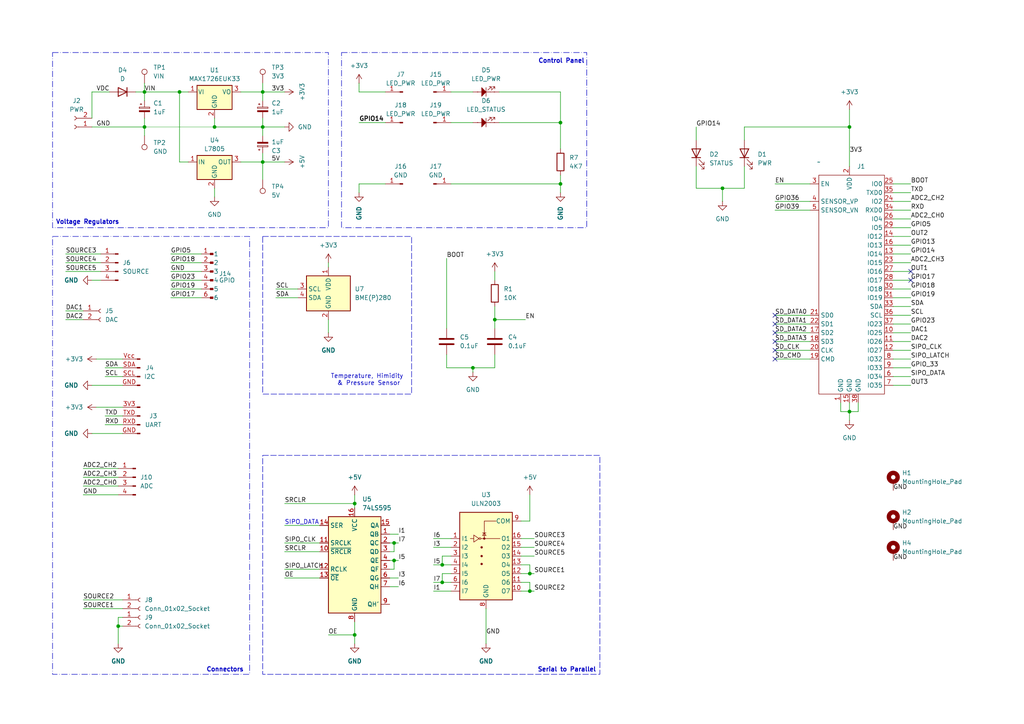
<source format=kicad_sch>
(kicad_sch (version 20231120) (generator "eeschema") (generator_version "8.0")
  (paper "A4")
  (junction (at 590.55 85.09))
  (junction (at 102.87 184.15))
  (junction (at 518.16 15.24))
  (junction (at 62.23 36.83))
  (junction (at 153.67 166.37))
  (junction (at 76.2 36.83))
  (junction (at 162.56 35.56))
  (junction (at 487.68 22.86))
  (junction (at 153.67 171.45))
  (junction (at 128.27 168.91))
  (junction (at 246.38 36.83))
  (junction (at 543.56 57.15))
  (junction (at 41.91 36.83))
  (junction (at 52.07 26.67))
  (junction (at 478.79 156.21))
  (junction (at 76.2 46.99))
  (junction (at 114.3 157.48))
  (junction (at 543.56 93.98))
  (junction (at 377.19 151.13))
  (junction (at 246.38 119.38))
  (junction (at 114.3 162.56))
  (junction (at 401.32 163.83))
  (junction (at 143.51 92.71))
  (junction (at 495.3 168.91))
  (junction (at 76.2 26.67))
  (junction (at 41.91 26.67))
  (junction (at 102.87 146.05))
  (junction (at 162.56 53.34))
  (junction (at 450.85 99.06))
  (junction (at 495.3 156.21))
  (junction (at 137.16 106.68))
  (junction (at 487.68 15.24))
  (junction (at 209.55 54.61))
  (junction (at 504.19 22.86))
  (junction (at 128.27 163.83))
  (junction (at 34.29 181.61))
  (no_connect (at 224.79 96.52))
  (no_connect (at 224.79 104.14))
  (no_connect (at 361.95 113.03))
  (no_connect (at 224.79 99.06))
  (no_connect (at 264.16 81.28))
  (no_connect (at 224.79 93.98))
  (no_connect (at 264.16 78.74))
  (no_connect (at 224.79 101.6))
  (no_connect (at 224.79 91.44))
  (wire (pts (xy 478.79 168.91) (xy 476.25 168.91)))
  (wire (pts (xy 114.3 162.56) (xy 114.3 165.1)))
  (wire (pts (xy 259.08 58.42) (xy 264.16 58.42)))
  (wire (pts (xy 553.72 62.23) (xy 556.26 62.23)))
  (wire (pts (xy 62.23 54.61) (xy 62.23 57.15)))
  (wire (pts (xy 52.07 26.67) (xy 54.61 26.67)))
  (wire (pts (xy 483.87 95.25) (xy 492.76 95.25)))
  (wire (pts (xy 113.03 162.56) (xy 114.3 162.56)))
  (wire (pts (xy 224.79 101.6) (xy 234.95 101.6)))
  (wire (pts (xy 34.29 179.07) (xy 34.29 181.61)))
  (wire (pts (xy 30.48 109.22) (xy 35.56 109.22)))
  (wire (pts (xy 151.13 171.45) (xy 153.67 171.45)))
  (wire (pts (xy 41.91 36.83) (xy 62.23 36.83)) (stroke (width 0.0254)))
  (wire (pts (xy 485.14 97.79) (xy 492.76 97.79)))
  (wire (pts (xy 358.14 171.45) (xy 361.95 171.45)))
  (wire (pts (xy 102.87 180.34) (xy 102.87 184.15)))
  (wire (pts (xy 82.55 157.48) (xy 92.71 157.48)))
  (wire (pts (xy 162.56 26.67) (xy 162.56 35.56)))
  (wire (pts (xy 162.56 50.8) (xy 162.56 53.34)))
  (wire (pts (xy 24.13 173.99) (xy 35.56 173.99)))
  (wire (pts (xy 129.54 106.68) (xy 137.16 106.68)))
  (wire (pts (xy 41.91 26.67) (xy 52.07 26.67)))
  (wire (pts (xy 590.55 85.09) (xy 590.55 93.98)))
  (wire (pts (xy 259.08 63.5) (xy 264.16 63.5)))
  (wire (pts (xy 209.55 54.61) (xy 215.9 54.61)))
  (wire (pts (xy 495.3 158.75) (xy 495.3 156.21)))
  (wire (pts (xy 377.19 151.13) (xy 382.27 151.13)))
  (wire (pts (xy 224.79 99.06) (xy 234.95 99.06)))
  (wire (pts (xy 54.61 46.99) (xy 52.07 46.99)))
  (wire (pts (xy 30.48 120.65) (xy 35.56 120.65)))
  (wire (pts (xy 495.3 156.21) (xy 504.19 156.21)))
  (wire (pts (xy 518.16 62.23) (xy 533.4 62.23)))
  (wire (pts (xy 24.13 140.97) (xy 34.29 140.97)))
  (wire (pts (xy 401.32 142.24) (xy 401.32 146.05)))
  (wire (pts (xy 82.55 160.02) (xy 92.71 160.02)))
  (wire (pts (xy 604.52 48.26) (xy 604.52 59.69)))
  (wire (pts (xy 574.04 67.31) (xy 580.39 67.31)))
  (wire (pts (xy 246.38 31.75) (xy 246.38 36.83)))
  (wire (pts (xy 259.08 78.74) (xy 264.16 78.74)))
  (wire (pts (xy 128.27 163.83) (xy 130.81 163.83)))
  (wire (pts (xy 128.27 168.91) (xy 130.81 168.91)))
  (wire (pts (xy 259.08 81.28) (xy 264.16 81.28)))
  (wire (pts (xy 553.72 77.47) (xy 556.26 77.47)))
  (wire (pts (xy 482.6 15.24) (xy 487.68 15.24)))
  (wire (pts (xy 27.94 104.14) (xy 35.56 104.14)))
  (wire (pts (xy 153.67 171.45) (xy 154.94 171.45)))
  (wire (pts (xy 125.73 156.21) (xy 130.81 156.21)))
  (wire (pts (xy 389.89 151.13) (xy 393.7 151.13)))
  (wire (pts (xy 453.39 95.25) (xy 453.39 99.06)))
  (wire (pts (xy 62.23 34.29) (xy 62.23 36.83)))
  (wire (pts (xy 151.13 156.21) (xy 154.94 156.21)))
  (wire (pts (xy 29.21 78.74) (xy 19.05 78.74)))
  (wire (pts (xy 551.22 22.73) (xy 558.84 22.73)))
  (wire (pts (xy 243.84 119.38) (xy 246.38 119.38)))
  (wire (pts (xy 114.3 157.48) (xy 115.57 157.48)))
  (wire (pts (xy 104.14 26.67) (xy 104.14 24.13)))
  (wire (pts (xy 76.2 34.29) (xy 76.2 36.83)))
  (wire (pts (xy 29.21 73.66) (xy 19.05 73.66)))
  (wire (pts (xy 259.08 53.34) (xy 264.16 53.34)))
  (wire (pts (xy 504.19 22.86) (xy 504.19 26.67)))
  (wire (pts (xy 49.53 81.28) (xy 58.42 81.28)))
  (wire (pts (xy 153.67 151.13) (xy 151.13 151.13)))
  (wire (pts (xy 574.04 62.23) (xy 580.39 62.23)))
  (wire (pts (xy 462.28 67.31) (xy 467.36 67.31)))
  (wire (pts (xy 201.93 36.83) (xy 201.93 40.64)))
  (wire (pts (xy 469.9 15.24) (xy 474.98 15.24)))
  (wire (pts (xy 49.53 83.82) (xy 58.42 83.82)))
  (wire (pts (xy 151.13 168.91) (xy 153.67 168.91)))
  (wire (pts (xy 26.67 81.28) (xy 29.21 81.28)))
  (wire (pts (xy 518.16 67.31) (xy 533.4 67.31)))
  (wire (pts (xy 102.87 146.05) (xy 102.87 147.32)))
  (wire (pts (xy 458.47 168.91) (xy 461.01 168.91)))
  (wire (pts (xy 504.19 163.83) (xy 504.19 168.91)))
  (wire (pts (xy 604.52 59.69) (xy 600.71 59.69)))
  (wire (pts (xy 104.14 53.34) (xy 104.14 55.88)))
  (wire (pts (xy 234.95 53.34) (xy 224.79 53.34)))
  (wire (pts (xy 358.14 173.99) (xy 361.95 173.99)))
  (wire (pts (xy 144.78 35.56) (xy 162.56 35.56)))
  (wire (pts (xy 111.76 26.67) (xy 104.14 26.67)))
  (wire (pts (xy 102.87 143.51) (xy 102.87 146.05)))
  (wire (pts (xy 26.67 26.67) (xy 31.75 26.67)))
  (wire (pts (xy 574.04 64.77) (xy 580.39 64.77)))
  (wire (pts (xy 243.84 116.84) (xy 243.84 119.38)))
  (wire (pts (xy 434.34 55.88) (xy 438.15 55.88)))
  (wire (pts (xy 41.91 39.37) (xy 41.91 36.83)))
  (wire (pts (xy 19.05 90.17) (xy 24.13 90.17)))
  (wire (pts (xy 224.79 60.96) (xy 234.95 60.96)))
  (wire (pts (xy 543.56 48.26) (xy 543.56 57.15)))
  (wire (pts (xy 543.56 93.98) (xy 543.56 96.52)))
  (wire (pts (xy 504.19 161.29) (xy 506.73 161.29)))
  (wire (pts (xy 574.04 74.93) (xy 580.39 74.93)))
  (wire (pts (xy 49.53 76.2) (xy 58.42 76.2)))
  (wire (pts (xy 34.29 181.61) (xy 35.56 181.61)))
  (wire (pts (xy 27.94 118.11) (xy 35.56 118.11)))
  (wire (pts (xy 41.91 26.67) (xy 41.91 29.21)))
  (wire (pts (xy 143.51 88.9) (xy 143.51 92.71)))
  (wire (pts (xy 143.51 92.71) (xy 152.4 92.71)))
  (wire (pts (xy 153.67 163.83) (xy 153.67 166.37)))
  (wire (pts (xy 518.16 74.93) (xy 533.4 74.93)))
  (wire (pts (xy 259.08 106.68) (xy 264.16 106.68)))
  (wire (pts (xy 41.91 34.29) (xy 41.91 36.83)))
  (wire (pts (xy 209.55 58.42) (xy 209.55 54.61)))
  (wire (pts (xy 130.81 35.56) (xy 137.16 35.56)))
  (wire (pts (xy 224.79 93.98) (xy 234.95 93.98)))
  (wire (pts (xy 153.67 143.51) (xy 153.67 151.13)))
  (wire (pts (xy 24.13 176.53) (xy 35.56 176.53)))
  (wire (pts (xy 486.41 173.99) (xy 487.68 173.99)))
  (wire (pts (xy 224.79 91.44) (xy 234.95 91.44)))
  (wire (pts (xy 113.03 160.02) (xy 114.3 160.02)))
  (wire (pts (xy 361.95 118.11) (xy 373.38 118.11)))
  (wire (pts (xy 113.03 167.64) (xy 115.57 167.64)))
  (wire (pts (xy 215.9 48.26) (xy 215.9 54.61)))
  (wire (pts (xy 52.07 26.67) (xy 52.07 46.99)))
  (wire (pts (xy 259.08 101.6) (xy 264.16 101.6)))
  (wire (pts (xy 342.9 113.03) (xy 346.71 113.03)))
  (wire (pts (xy 35.56 179.07) (xy 34.29 179.07)))
  (wire (pts (xy 76.2 46.99) (xy 82.55 46.99)))
  (wire (pts (xy 41.91 24.13) (xy 41.91 26.67)))
  (wire (pts (xy 76.2 36.83) (xy 82.55 36.83)))
  (wire (pts (xy 259.08 104.14) (xy 264.16 104.14)))
  (wire (pts (xy 130.81 26.67) (xy 137.16 26.67)))
  (wire (pts (xy 567.73 10.03) (xy 567.73 13.84)))
  (wire (pts (xy 151.13 161.29) (xy 154.94 161.29)))
  (wire (pts (xy 401.32 156.21) (xy 401.32 163.83)))
  (wire (pts (xy 259.08 93.98) (xy 264.16 93.98)))
  (wire (pts (xy 462.28 69.85) (xy 467.36 69.85)))
  (wire (pts (xy 143.51 102.87) (xy 143.51 106.68)))
  (wire (pts (xy 215.9 36.83) (xy 215.9 40.64)))
  (wire (pts (xy 82.55 152.4) (xy 92.71 152.4)))
  (wire (pts (xy 504.19 156.21) (xy 504.19 161.29)))
  (wire (pts (xy 553.72 69.85) (xy 556.26 69.85)))
  (wire (pts (xy 80.01 86.36) (xy 86.36 86.36)))
  (wire (pts (xy 151.13 163.83) (xy 153.67 163.83)))
  (wire (pts (xy 35.56 111.76) (xy 26.67 111.76)))
  (wire (pts (xy 151.13 158.75) (xy 154.94 158.75)))
  (wire (pts (xy 495.3 156.21) (xy 478.79 156.21)))
  (wire (pts (xy 30.48 123.19) (xy 35.56 123.19)))
  (wire (pts (xy 476.25 173.99) (xy 478.79 173.99)))
  (wire (pts (xy 104.14 35.56) (xy 111.76 35.56)))
  (wire (pts (xy 201.93 54.61) (xy 209.55 54.61)))
  (wire (pts (xy 76.2 36.83) (xy 76.2 39.37)))
  (wire (pts (xy 259.08 55.88) (xy 264.16 55.88)))
  (wire (pts (xy 453.39 99.06) (xy 450.85 99.06)))
  (wire (pts (xy 259.08 99.06) (xy 264.16 99.06)))
  (wire (pts (xy 574.04 77.47) (xy 580.39 77.47)))
  (wire (pts (xy 143.51 92.71) (xy 143.51 95.25)))
  (wire (pts (xy 201.93 48.26) (xy 201.93 54.61)))
  (wire (pts (xy 102.87 184.15) (xy 102.87 186.69)))
  (wire (pts (xy 553.72 74.93) (xy 556.26 74.93)))
  (wire (pts (xy 450.85 95.25) (xy 450.85 99.06)))
  (wire (pts (xy 449.58 27.94) (xy 449.58 31.75)))
  (wire (pts (xy 434.34 58.42) (xy 438.15 58.42)))
  (wire (pts (xy 518.16 77.47) (xy 533.4 77.47)))
  (wire (pts (xy 533.4 57.15) (xy 543.56 57.15)))
  (wire (pts (xy 553.72 72.39) (xy 556.26 72.39)))
  (wire (pts (xy 551.22 20.19) (xy 558.84 20.19)))
  (wire (pts (xy 358.14 166.37) (xy 361.95 166.37)))
  (wire (pts (xy 487.68 16.51) (xy 487.68 15.24)))
  (wire (pts (xy 518.16 22.86) (xy 504.19 22.86)))
  (wire (pts (xy 62.23 36.83) (xy 76.2 36.83)))
  (wire (pts (xy 401.32 163.83) (xy 401.32 172.72)))
  (wire (pts (xy 358.14 168.91) (xy 361.95 168.91)))
  (wire (pts (xy 361.95 115.57) (xy 373.38 115.57)))
  (wire (pts (xy 259.08 86.36) (xy 264.16 86.36)))
  (wire (pts (xy 224.79 104.14) (xy 234.95 104.14)))
  (wire (pts (xy 485.14 90.17) (xy 492.76 90.17)))
  (wire (pts (xy 450.85 99.06) (xy 450.85 101.6)))
  (wire (pts (xy 543.56 90.17) (xy 543.56 93.98)))
  (wire (pts (xy 76.2 29.21) (xy 76.2 26.67)))
  (wire (pts (xy 80.01 83.82) (xy 86.36 83.82)))
  (wire (pts (xy 259.08 60.96) (xy 264.16 60.96)))
  (wire (pts (xy 76.2 46.99) (xy 76.2 52.07)))
  (wire (pts (xy 472.44 22.86) (xy 487.68 22.86)))
  (wire (pts (xy 125.73 168.91) (xy 128.27 168.91)))
  (wire (pts (xy 259.08 71.12) (xy 264.16 71.12)))
  (wire (pts (xy 259.08 88.9) (xy 264.16 88.9)))
  (wire (pts (xy 469.9 17.78) (xy 472.44 17.78)))
  (wire (pts (xy 574.04 69.85) (xy 580.39 69.85)))
  (wire (pts (xy 553.72 67.31) (xy 556.26 67.31)))
  (wire (pts (xy 26.67 36.83) (xy 41.91 36.83)))
  (wire (pts (xy 401.32 163.83) (xy 393.7 163.83)))
  (wire (pts (xy 24.13 138.43) (xy 34.29 138.43)))
  (wire (pts (xy 104.14 53.34) (xy 111.76 53.34)))
  (wire (pts (xy 485.14 100.33) (xy 485.14 97.79)))
  (wire (pts (xy 125.73 171.45) (xy 130.81 171.45)))
  (wire (pts (xy 377.19 142.24) (xy 377.19 151.13)))
  (wire (pts (xy 511.81 15.24) (xy 518.16 15.24)))
  (wire (pts (xy 224.79 58.42) (xy 234.95 58.42)))
  (wire (pts (xy 495.3 179.07) (xy 495.3 182.88)))
  (wire (pts (xy 113.03 154.94) (xy 115.57 154.94)))
  (wire (pts (xy 35.56 125.73) (xy 26.67 125.73)))
  (wire (pts (xy 259.08 76.2) (xy 264.16 76.2)))
  (wire (pts (xy 506.73 163.83) (xy 504.19 163.83)))
  (wire (pts (xy 590.55 93.98) (xy 543.56 93.98)))
  (wire (pts (xy 327.66 113.03) (xy 335.28 113.03)))
  (wire (pts (xy 95.25 76.2) (xy 95.25 77.47)))
  (wire (pts (xy 49.53 86.36) (xy 58.42 86.36)))
  (wire (pts (xy 246.38 119.38) (xy 246.38 121.92)))
  (wire (pts (xy 259.08 68.58) (xy 264.16 68.58)))
  (wire (pts (xy 259.08 96.52) (xy 264.16 96.52)))
  (wire (pts (xy 259.08 111.76) (xy 264.16 111.76)))
  (wire (pts (xy 478.79 156.21) (xy 478.79 168.91)))
  (wire (pts (xy 76.2 44.45) (xy 76.2 46.99)))
  (wire (pts (xy 125.73 158.75) (xy 130.81 158.75)))
  (wire (pts (xy 82.55 165.1) (xy 92.71 165.1)))
  (wire (pts (xy 246.38 36.83) (xy 246.38 48.26)))
  (wire (pts (xy 129.54 74.93) (xy 129.54 95.25)))
  (wire (pts (xy 384.81 163.83) (xy 386.08 163.83)))
  (wire (pts (xy 344.17 123.19) (xy 344.17 118.11)))
  (wire (pts (xy 162.56 53.34) (xy 162.56 55.88)))
  (wire (pts (xy 153.67 168.91) (xy 153.67 171.45)))
  (wire (pts (xy 455.93 173.99) (xy 461.01 173.99)))
  (wire (pts (xy 69.85 46.99) (xy 76.2 46.99)))
  (wire (pts (xy 69.85 26.67) (xy 76.2 26.67)))
  (wire (pts (xy 518.16 21.59) (xy 518.16 22.86)))
  (wire (pts (xy 472.44 17.78) (xy 472.44 22.86)))
  (wire (pts (xy 518.16 69.85) (xy 533.4 69.85)))
  (wire (pts (xy 19.05 92.71) (xy 24.13 92.71)))
  (wire (pts (xy 34.29 181.61) (xy 34.29 186.69)))
  (wire (pts (xy 82.55 146.05) (xy 102.87 146.05)))
  (wire (pts (xy 248.92 119.38) (xy 246.38 119.38)))
  (wire (pts (xy 377.19 168.91) (xy 377.19 172.72)))
  (wire (pts (xy 535.94 93.98) (xy 543.56 93.98)))
  (wire (pts (xy 153.67 166.37) (xy 154.94 166.37)))
  (wire (pts (xy 440.69 168.91) (xy 450.85 168.91)))
  (wire (pts (xy 574.04 72.39) (xy 580.39 72.39)))
  (wire (pts (xy 259.08 66.04) (xy 264.16 66.04)))
  (wire (pts (xy 113.03 157.48) (xy 114.3 157.48)))
  (wire (pts (xy 259.08 109.22) (xy 264.16 109.22)))
  (wire (pts (xy 358.14 163.83) (xy 361.95 163.83)))
  (wire (pts (xy 518.16 16.51) (xy 518.16 15.24)))
  (wire (pts (xy 248.92 116.84) (xy 248.92 119.38)))
  (wire (pts (xy 590.55 82.55) (xy 590.55 85.09)))
  (wire (pts (xy 553.72 64.77) (xy 556.26 64.77)))
  (wire (pts (xy 34.29 135.89) (xy 24.13 135.89)))
  (wire (pts (xy 448.31 99.06) (xy 450.85 99.06)))
  (wire (pts (xy 483.87 92.71) (xy 492.76 92.71)))
  (wire (pts (xy 448.31 95.25) (xy 448.31 99.06)))
  (wire (pts (xy 162.56 35.56) (xy 162.56 43.18)))
  (wire (pts (xy 95.25 184.15) (xy 102.87 184.15)))
  (wire (pts (xy 259.08 83.82) (xy 264.16 83.82)))
  (wire (pts (xy 76.2 24.13) (xy 76.2 26.67)))
  (wire (pts (xy 130.81 166.37) (xy 128.27 166.37)))
  (wire (pts (xy 259.08 73.66) (xy 264.16 73.66)))
  (wire (pts (xy 130.81 161.29) (xy 128.27 161.29)))
  (wire (pts (xy 487.68 15.24) (xy 496.57 15.24)))
  (wire (pts (xy 518.16 15.24) (xy 525.78 15.24)))
  (wire (pts (xy 574.04 80.01) (xy 580.39 80.01)))
  (wire (pts (xy 487.68 22.86) (xy 504.19 22.86)))
  (wire (pts (xy 143.51 78.74) (xy 143.51 81.28)))
  (wire (pts (xy 495.3 166.37) (xy 495.3 168.91)))
  (wire (pts (xy 125.73 163.83) (xy 128.27 163.83)))
  (wire (pts (xy 487.68 21.59) (xy 487.68 22.86)))
  (wire (pts (xy 49.53 73.66) (xy 58.42 73.66)))
  (wire (pts (xy 30.48 106.68) (xy 35.56 106.68)))
  (wire (pts (xy 259.08 91.44) (xy 264.16 91.44)))
  (wire (pts (xy 26.67 26.67) (xy 26.67 34.29)))
  (wire (pts (xy 358.14 161.29) (xy 361.95 161.29)))
  (wire (pts (xy 130.81 53.34) (xy 162.56 53.34)))
  (wire (pts (xy 137.16 106.68) (xy 137.16 107.95)))
  (wire (pts (xy 24.13 143.51) (xy 34.29 143.51)))
  (wire (pts (xy 224.79 96.52) (xy 234.95 96.52)))
  (wire (pts (xy 377.19 151.13) (xy 377.19 158.75)))
  (wire (pts (xy 128.27 161.29) (xy 128.27 163.83)))
  (wire (pts (xy 113.03 165.1) (xy 114.3 165.1)))
  (wire (pts (xy 113.03 170.18) (xy 115.57 170.18)))
  (wire (pts (xy 95.25 92.71) (xy 95.25 96.52)))
  (wire (pts (xy 567.73 29.08) (xy 567.73 34.16)))
  (wire (pts (xy 129.54 102.87) (xy 129.54 106.68)))
  (wire (pts (xy 478.79 153.67) (xy 478.79 156.21)))
  (wire (pts (xy 151.13 166.37) (xy 153.67 166.37)))
  (wire (pts (xy 140.97 176.53) (xy 140.97 186.69)))
  (wire (pts (xy 76.2 26.67) (xy 82.55 26.67)))
  (wire (pts (xy 452.12 27.94) (xy 452.12 31.75)))
  (wire (pts (xy 49.53 78.74) (xy 58.42 78.74)))
  (wire (pts (xy 29.21 76.2) (xy 19.05 76.2)))
  (wire (pts (xy 344.17 118.11) (xy 346.71 118.11)))
  (wire (pts (xy 137.16 106.68) (xy 143.51 106.68)))
  (wire (pts (xy 215.9 36.83) (xy 246.38 36.83)))
  (wire (pts (xy 504.19 168.91) (xy 495.3 168.91)))
  (wire (pts (xy 114.3 162.56) (xy 115.57 162.56)))
  (wire (pts (xy 455.93 182.88) (xy 455.93 173.99)))
  (wire (pts (xy 128.27 166.37) (xy 128.27 168.91)))
  (wire (pts (xy 246.38 116.84) (xy 246.38 119.38)))
  (wire (pts (xy 114.3 160.02) (xy 114.3 157.48)))
  (wire (pts (xy 553.72 80.01) (xy 556.26 80.01)))
  (wire (pts (xy 144.78 26.67) (xy 162.56 26.67)))
  (wire (pts (xy 39.37 26.67) (xy 41.91 26.67)))
  (wire (pts (xy 82.55 167.64) (xy 92.71 167.64)))
  (rectangle (start 328.93 137.16) (end 412.75 186.69) (stroke (width 0) (type dash_dot)))
  (rectangle (start 76.2 132.08) (end 173.99 195.58) (stroke (width 0) (type dash)))
  (rectangle (start 15.24 68.58) (end 72.39 195.58) (stroke (width 0) (type dash_dot)))
  (rectangle (start 76.2 68.58) (end 119.38 114.3) (stroke (width 0) (type dash)))
  (rectangle (start 99.06 15.24) (end 170.18 66.04) (stroke (width 0) (type dash_dot)))
  (rectangle (start 15.24 15.24) (end 95.25 66.04) (stroke (width 0) (type dash_dot)))
  (text "Voltage Regulators" (at 25.4 63.754 0) (effects (font (size 1.27 1.27) (thickness 0.254) (bold yes)) (justify top)))
  (text "UART Programmer" (at 401.828 184.912 0) (effects (font (size 1.27 1.27))))
  (text "Control Panel " (at 163.322 17.78 0) (effects (font (size 1.27 1.27) (thickness 0.254) (bold yes))))
  (text "Connectors\n" (at 65.278 194.31 0) (effects (font (size 1.27 1.27) (thickness 0.254) (bold yes))))
  (text "Serial to Parallel" (at 172.974 195.072 0) (effects (font (size 1.27 1.27) (bold yes)) (justify right bottom)))
  (text "Temperature, Himidity \n& Pressure Sensor" (at 106.934 110.236 0) (effects (font (size 1.27 1.27))))
  (label "SIPO_DATA" (at 264.16 109.22 0))
  (label "VIN" (at 487.68 15.24 0))
  (label "SOURCE5" (at 154.94 161.29 0))
  (label "GND" (at 259.08 142.24 0))
  (label "SRCLR-2" (at 518.16 69.85 0))
  (label "SOURCE3" (at 19.05 73.66 0))
  (label "SOURCE4" (at 19.05 76.2 0))
  (label "SD_DATA1" (at 224.79 93.98 0))
  (label "SOURCE1" (at 24.13 176.53 0))
  (label "I7" (at 115.57 157.48 0))
  (label "TXD" (at 361.95 166.37 0))
  (label "GPIO5" (at 264.16 66.04 0))
  (label "SOURCE5" (at 19.05 78.74 0))
  (label "RTS" (at 401.32 172.72 0))
  (label "ADC2_CH2" (at 264.16 58.42 0))
  (label "OUT1" (at 264.16 78.74 0))
  (label "GPIO_33" (at 264.16 106.68 0))
  (label "QD-2" (at 556.26 67.31 0))
  (label "I3" (at 115.57 167.64 0))
  (label "OE-2" (at 518.16 77.47 0))
  (label "QG-2" (at 556.26 77.47 0))
  (label "OUT2" (at 264.16 68.58 0))
  (label "3V3" (at 361.95 161.29 0))
  (label "SD_DATA0" (at 224.79 91.44 0))
  (label "QE-2" (at 574.04 72.39 0))
  (label "QA-2" (at 556.26 62.23 0))
  (label "EN" (at 401.32 142.24 0))
  (label "GPIO23" (at 264.16 93.98 0))
  (label "VDC" (at 27.94 26.67 0))
  (label "GPIO13" (at 264.16 71.12 0))
  (label "SCL" (at 80.01 83.82 0))
  (label "QF-2" (at 556.26 72.39 0))
  (label "SIPO_CLK" (at 82.55 157.48 0))
  (label "SD_CLK" (at 224.79 101.6 0))
  (label "DAC2" (at 19.05 92.71 0))
  (label "OE" (at 95.25 184.15 0))
  (label "TXD" (at 264.16 55.88 0))
  (label "I1" (at 125.73 171.45 0))
  (label "BOOT" (at 129.54 74.93 0))
  (label "QB-2" (at 574.04 80.01 0))
  (label "ADC2_CH2" (at 24.13 135.89 0))
  (label "SDA" (at 264.16 88.9 0))
  (label "SD_CMD" (at 224.79 104.14 0))
  (label "ADC2_CH0" (at 24.13 140.97 0))
  (label "SD_DATA3" (at 224.79 99.06 0))
  (label "SIPO_LATCH" (at 82.55 165.1 0))
  (label "I5" (at 115.57 162.56 0))
  (label "GPIO17" (at 264.16 81.28 0))
  (label "GPIO23" (at 49.53 81.28 0))
  (label "SRCLR-2" (at 533.4 57.15 0))
  (label "3V3" (at 452.12 27.94 0))
  (label "GPIO5" (at 49.53 73.66 0))
  (label "DTR" (at 377.19 142.24 0))
  (label "GPIO13" (at 440.69 168.91 0))
  (label "SD_DATA2" (at 224.79 96.52 0))
  (label "SDA-2" (at 551.22 22.73 0))
  (label "GND" (at 24.13 143.51 0))
  (label "EN" (at 152.4 92.71 0))
  (label "RTS" (at 361.95 171.45 0))
  (label "QH-2" (at 556.26 74.93 0))
  (label "SCL" (at 264.16 91.44 0))
  (label "SIPO_LATCH" (at 264.16 104.14 0))
  (label "QH-2" (at 574.04 64.77 0))
  (label "GPIO18" (at 264.16 83.82 0))
  (label "GPIO14" (at 201.93 36.83 0))
  (label "GPIO14" (at 264.16 73.66 0))
  (label "V1-" (at 363.22 118.11 0))
  (label "BOOT" (at 377.19 172.72 0))
  (label "RX" (at 434.34 55.88 0))
  (label "RXD" (at 30.48 123.19 0))
  (label "GPIO27" (at 327.66 113.03 0))
  (label "SCL" (at 30.48 109.22 0))
  (label "QG-2" (at 574.04 67.31 0))
  (label "GND" (at 361.95 163.83 0))
  (label "SIPO_CLK" (at 264.16 101.6 0))
  (label "GND" (at 49.53 78.74 0))
  (label "I6" (at 125.73 156.21 0))
  (label "3V3" (at 246.38 44.45 0))
  (label "ADC2_CH3" (at 264.16 76.2 0))
  (label "OUT3" (at 264.16 111.76 0))
  (label "SCL-2" (at 483.87 95.25 0))
  (label "GPIO39" (at 224.79 60.96 0))
  (label "I5" (at 125.73 163.83 0))
  (label "SOURCE1" (at 154.94 166.37 0))
  (label "QC-2" (at 556.26 64.77 0))
  (label "GND" (at 259.08 153.67 0))
  (label "GPIO17" (at 49.53 86.36 0))
  (label "GPIO18" (at 49.53 76.2 0))
  (label "SIPO_DATA-2" (at 518.16 62.23 0))
  (label "SOURCE2" (at 154.94 171.45 0))
  (label "BOOT" (at 264.16 53.34 0))
  (label "OE-2" (at 535.94 93.98 0))
  (label "RXD" (at 361.95 168.91 0))
  (label "SRCLR" (at 82.55 146.05 0))
  (label "SOURCE3" (at 154.94 156.21 0))
  (label "5V" (at 514.35 15.24 0))
  (label "DTR" (at 361.95 173.99 0))
  (label "ADC2_CH0" (at 264.16 63.5 0))
  (label "5V" (at 78.74 46.99 0))
  (label "ADC2_CH3" (at 24.13 138.43 0))
  (label "SCL-2" (at 551.22 20.19 0))
  (label "SIPO_CLK-2" (at 518.16 67.31 0))
  (label "GND" (at 259.08 162.56 0))
  (label "VIN" (at 41.91 26.67 0))
  (label "SDA-2" (at 483.87 92.71 0))
  (label "QC-2" (at 574.04 77.47 0))
  (label "DAC2" (at 264.16 99.06 0))
  (label "SDA" (at 80.01 86.36 0))
  (label "TX" (at 434.34 58.42 0))
  (label "DAC1" (at 264.16 96.52 0))
  (label "3V3" (at 78.74 26.67 0))
  (label "OE" (at 82.55 167.64 0))
  (label "SDA" (at 30.48 106.68 0))
  (label "QD-2" (at 574.04 74.93 0))
  (label "QE-2" (at 556.26 69.85 0))
  (label "SRCLR" (at 82.55 160.02 0))
  (label "GPIO19" (at 49.53 83.82 0))
  (label "QF-2" (at 574.04 69.85 0))
  (label "GPIO36" (at 224.79 58.42 0))
  (label "GPIO19" (at 264.16 86.36 0))
  (label "SCL-2" (at 467.36 69.85 0))
  (label "I3" (at 125.73 158.75 0))
  (label "GND" (at 27.94 36.83 0))
  (label "SIPO_LATCH-2" (at 518.16 74.93 0))
  (label "I1" (at 115.57 154.94 0))
  (label "V1+" (at 363.22 115.57 0))
  (label "DAC1" (at 19.05 90.17 0))
  (label "EN" (at 224.79 53.34 0))
  (label "VDC" (at 469.9 15.24 0))
  (label "I6" (at 115.57 170.18 0))
  (label "SIPO_DATA" (at 82.55 152.4 0))
  (label "QB-2" (at 556.26 80.01 0))
  (label "GND" (at 140.97 184.15 0))
  (label "GPIO14" (at 104.14 35.56 0) (effects (font (bold yes))))
  (label "SOURCE4" (at 154.94 158.75 0))
  (label "I7" (at 125.73 168.91 0))
  (label "GND" (at 477.52 22.86 0))
  (label "TXD" (at 30.48 120.65 0))
  (label "SDA-2" (at 467.36 67.31 0))
  (label "QA-2" (at 574.04 62.23 0))
  (label "SOURCE2" (at 24.13 173.99 0))
  (label "RXD" (at 264.16 60.96 0))
  (symbol (lib_id "Connector:Conn_01x02_Socket") (at 29.21 90.17 0) (unit 1)
    (property "Reference" "J5" (at 30.48 90.1699 0) (effects (justify left)))
    (property "Value" "DAC" (at 30.48 92.7099 0) (effects (justify left)))
    (property "Footprint" "Connector_PinSocket_2.54mm:PinSocket_1x02_P2.54mm_Vertical" (effects (hide yes)))
  )
  (symbol (lib_id "power:GND") (at 82.55 36.83 90) (unit 1)
    (property "Reference" "#PWR03" (effects (hide yes)))
    (property "Value" "GND" (at 86.36 36.8299 90) (effects (justify right)))
  )
  (symbol (lib_name "+5V_1") (lib_id "power:+5V") (at 604.52 48.26 0) (unit 1)
    (property "Reference" "#PWR039" (effects (hide yes)))
    (property "Value" "+5V" (at 604.52 43.18 0))
    (property "Description" "Power symbol creates a global label with name \"+5V\"" (effects (hide yes)))
  )
  (symbol (lib_id "Device:R") (at 389.89 163.83 270) (unit 1) (on_board no)
    (property "Reference" "R3" (at 389.89 157.48 90))
    (property "Value" "10K" (at 389.89 160.02 90))
    (property "Footprint" "Resistor_SMD:R_1210_3225Metric_Pad1.30x2.65mm_HandSolder" (effects (hide yes)))
    (property "Description" "Resistor" (effects (hide yes)))
  )
  (symbol (lib_id "Connector:Conn_01x04_Pin") (at 39.37 138.43 0) (mirror y) (unit 1)
    (property "Reference" "J10" (at 40.64 138.4299 0) (effects (justify right)))
    (property "Value" "ADC" (at 40.64 140.9699 0) (effects (justify right)))
    (property "Footprint" "Connector_PinSocket_2.54mm:PinSocket_1x04_P2.54mm_Vertical" (effects (hide yes)))
  )
  (symbol (lib_id "Device:C_Polarized_Small") (at 518.16 19.05 0) (mirror x) (unit 1)
    (property "Reference" "C7" (at 520.7 20.8661 0) (effects (justify left)))
    (property "Value" "1uF" (at 520.7 18.3261 0) (effects (justify left)))
    (property "Footprint" "Capacitor_THT:CP_Radial_D4.0mm_P2.00mm" (effects (hide yes)))
  )
  (symbol (lib_id "power:+3V3") (at 95.25 76.2 0) (unit 1)
    (property "Reference" "#PWR022" (effects (hide yes)))
    (property "Value" "+3V3" (at 95.25 71.12 0))
  )
  (symbol (lib_id "power:GND") (at 26.67 81.28 270) (unit 1)
    (property "Reference" "#PWR023" (effects (hide yes)))
    (property "Value" "GND" (at 22.86 81.28 90) (effects (font (bold yes)) (justify right)))
  )
  (symbol (lib_id "power:+3V3") (at 27.94 118.11 90) (unit 1)
    (property "Reference" "#PWR06" (effects (hide yes)))
    (property "Value" "+3V3" (at 24.13 118.1099 90) (effects (justify left)))
  )
  (symbol (lib_id "power:GND") (at 567.73 34.16 0) (unit 1)
    (property "Reference" "#PWR032" (effects (hide yes)))
    (property "Value" "GND" (at 567.73 39.24 0))
  )
  (symbol (lib_id "Alexander Symbol Library:BME(P)280") (at 96.52 87.63 0) (unit 1)
    (property "Reference" "U7" (at 102.87 83.8199 0) (effects (justify left)))
    (property "Value" "BME(P)280" (at 102.87 86.3599 0) (effects (justify left)))
    (property "Footprint" "Alexander Footprint Library:BME280_BMP280_I2C" (effects (hide yes)))
    (property "Description" "Absolute Barometric Pressure Sensor" (effects (hide yes)))
  )
  (symbol (lib_id "Device:LED") (at 201.93 44.45 90) (unit 1)
    (property "Reference" "D2" (at 205.74 44.7674 90) (effects (justify right)))
    (property "Value" "STATUS" (at 205.74 47.3074 90) (effects (justify right)))
    (property "Footprint" "LED_SMD:LED_1210_3225Metric_Pad1.42x2.65mm_HandSolder" (effects (hide yes)))
    (property "Description" "Light emitting diode" (effects (hide yes)))
  )
  (symbol (lib_id "Connector:Conn_01x01_Pin") (at 125.73 35.56 0) (mirror x) (unit 1)
    (property "Reference" "J19" (at 126.365 30.48 0))
    (property "Value" "LED_PWR" (at 126.365 33.02 0))
    (property "Footprint" "Alexander Footprint Library:Pad_1x01_P2.54_SMD" (effects (hide yes)))
    (property "Description" "Generic connector, single row, 01x01, script generated" (effects (hide yes)))
  )
  (symbol (lib_id "power:+3V3") (at 27.94 104.14 90) (unit 1)
    (property "Reference" "#PWR08" (effects (hide yes)))
    (property "Value" "+3V3" (at 24.13 104.14 90) (effects (justify left)))
  )
  (symbol (lib_id "Regulator_Linear:L7805") (at 504.19 15.24 0) (unit 1)
    (property "Reference" "U9" (at 504.19 8.89 0))
    (property "Value" "L7805" (at 504.19 11.43 0))
    (property "Footprint" "Alexander Footprint Library:LD1117" (effects (hide yes)))
    (property "Datasheet" "datasheets/Voltage-Regulator_L7805.pdf" (effects (hide yes)))
    (property "Description" "Voltage Regulator 1.5A Positive" (effects (hide yes)))
  )
  (symbol (lib_id "Alexander Symbol Library:BME(P)280") (at 569 24 0) (unit 1)
    (property "Reference" "U8" (at 575.35 20.1899 0) (effects (justify left)))
    (property "Value" "BME(P)280" (at 575.35 22.7299 0) (effects (justify left)))
    (property "Footprint" "Alexander Footprint Library:BME280_BMP280_I2C" (effects (hide yes)))
    (property "Description" "Absolute Barometric Pressure Sensor" (effects (hide yes)))
  )
  (symbol (lib_name "GND_4") (lib_id "power:GND") (at 543.56 96.52 0) (unit 1)
    (property "Reference" "#PWR036" (effects (hide yes)))
    (property "Value" "GND" (at 543.56 101.6 0) (effects (font (bold yes))))
    (property "Description" "Power symbol creates a global label with name \"GND\" , ground" (effects (hide yes)))
  )
  (symbol (lib_id "Transistor_Array:ULN2801A") (at 590.55 67.31 0) (unit 1)
    (property "Reference" "U11" (at 590.55 52.07 0))
    (property "Value" "ULN2801A" (at 590.55 54.61 0))
    (property "Footprint" "PCM_Package_DIP_AKL:DIP-18_W7.62mm" (effects (hide yes)))
    (property "Datasheet" "http://www.promelec.ru/pdf/1536.pdf" (effects (hide yes)))
    (property "Description" "Darlington Transistor Arrays, SOIC18/DIP18" (effects (hide yes)))
  )
  (symbol (lib_id "power:+3V3") (at 485.14 90.17 90) (unit 1)
    (property "Reference" "#PWR038" (effects (hide yes)))
    (property "Value" "+3V3" (at 481.33 90.17 90) (effects (justify left)))
  )
  (symbol (lib_id "power:+5V") (at 153.67 143.51 0) (unit 1)
    (property "Reference" "#PWR012" (effects (hide yes)))
    (property "Value" "+5V" (at 153.67 138.43 0))
  )
  (symbol (lib_id "Transistor_Array:ULN2003") (at 140.97 161.29 0) (unit 1)
    (property "Reference" "U3" (at 140.97 143.51 0))
    (property "Value" "ULN2003" (at 140.97 146.05 0))
    (property "Footprint" "Package_DIP:DIP-16_W7.62mm" (effects (hide yes)))
    (property "Datasheet" "http://www.ti.com/lit/ds/symlink/uln2003a.pdf" (effects (hide yes)))
  )
  (symbol (lib_id "PCM_SL_Devices:LED_5mm") (at 140.97 26.67 0) (unit 1)
    (property "Reference" "D5" (at 140.97 20.32 0))
    (property "Value" "LED_PWR" (at 140.97 22.86 0))
    (property "Footprint" "LED_THT:LED_D5.0mm" (effects (hide yes)))
    (property "Description" "Common 5mm diameter LED" (effects (hide yes)))
  )
  (symbol (lib_id "Device:D") (at 495.3 162.56 270) (unit 1) (on_board no)
    (property "Reference" "D3" (at 497.84 161.2899 90) (effects (justify left)))
    (property "Value" "1N4007" (at 497.84 163.8299 90) (effects (justify left)))
    (property "Description" "Diode" (effects (hide yes)))
    (property "Sim.Device" "D" (effects (hide yes)))
    (property "Sim.Pins" "1=K 2=A" (effects (hide yes)))
  )
  (symbol (lib_id "Device:R") (at 386.08 151.13 270) (unit 1) (on_board no)
    (property "Reference" "R4" (at 386.08 144.78 90))
    (property "Value" "10K" (at 386.08 147.32 90))
    (property "Footprint" "Resistor_SMD:R_1210_3225Metric_Pad1.30x2.65mm_HandSolder" (effects (hide yes)))
    (property "Description" "Resistor" (effects (hide yes)))
  )
  (symbol (lib_name "Conn_UART_1") (lib_id "Alexander_Library_Symbols:Conn_UART") (at 40.64 118.11 0) (mirror y) (unit 1)
    (property "Reference" "J3" (at 44.45 120.65 0))
    (property "Value" "UART" (at 44.45 123.19 0))
    (property "Footprint" "Alexander Footprints Library:Conn_UART" (effects (hide yes)))
  )
  (symbol (lib_name "+5V_1") (lib_id "power:+5V") (at 543.56 48.26 0) (unit 1)
    (property "Reference" "#PWR035" (effects (hide yes)))
    (property "Value" "+5V" (at 543.56 43.18 0))
    (property "Description" "Power symbol creates a global label with name \"+5V\"" (effects (hide yes)))
  )
  (symbol (lib_id "Device:C_Polarized_Small") (at 76.2 41.91 0) (mirror x) (unit 1)
    (property "Reference" "C3" (at 78.74 43.7261 0) (effects (justify left)))
    (property "Value" "1uF" (at 78.74 41.1861 0) (effects (justify left)))
    (property "Footprint" "Capacitor_THT:CP_Radial_D4.0mm_P2.00mm" (effects (hide yes)))
  )
  (symbol (lib_id "Device:C_Polarized_Small") (at 41.91 31.75 0) (unit 1)
    (property "Reference" "C1" (at 44.45 29.9339 0) (effects (justify left)))
    (property "Value" "1uF" (at 44.45 32.4739 0) (effects (justify left)))
    (property "Footprint" "Capacitor_THT:CP_Radial_D4.0mm_P2.00mm" (effects (hide yes)))
  )
  (symbol (lib_id "Device:R") (at 339.09 113.03 90) (unit 1) (on_board no)
    (property "Reference" "R2" (at 339.09 106.68 90))
    (property "Value" "1K" (at 339.09 109.22 90))
    (property "Footprint" "Resistor_SMD:R_1210_3225Metric_Pad1.30x2.65mm_HandSolder" (effects (hide yes)))
  )
  (symbol (lib_name "GND_6") (lib_id "power:GND") (at 455.93 182.88 0) (unit 1)
    (property "Reference" "#PWR020" (effects (hide yes)))
    (property "Value" "GND" (at 455.93 187.96 0))
    (property "Description" "Power symbol creates a global label with name \"GND\" , ground" (effects (hide yes)))
  )
  (symbol (lib_name "GND_5") (lib_id "power:GND") (at 495.3 182.88 0) (unit 1)
    (property "Reference" "#PWR019" (effects (hide yes)))
    (property "Value" "GND" (at 495.3 187.96 0))
    (property "Description" "Power symbol creates a global label with name \"GND\" , ground" (effects (hide yes)))
  )
  (symbol (lib_name "+5V_2") (lib_id "power:+5V") (at 449.58 27.94 0) (unit 1)
    (property "Reference" "#PWR030" (effects (hide yes)))
    (property "Value" "+5V" (at 449.58 22.86 0))
    (property "Description" "Power symbol creates a global label with name \"+5V\"" (effects (hide yes)))
  )
  (symbol (lib_id "power:GND") (at 26.67 111.76 270) (unit 1)
    (property "Reference" "#PWR09" (effects (hide yes)))
    (property "Value" "GND" (at 22.86 111.76 90) (effects (font (bold yes)) (justify right)))
  )
  (symbol (lib_id "Alexander Symbol Library:ESP32-WROOM-32D-38pins") (at 440.69 92.71 0) (unit 1)
    (property "Reference" "J20" (at 454.3141 30.48 0) (effects (justify left)))
    (property "Value" "~" (at 454.3141 33.02 0) (effects (justify left)))
    (property "Footprint" "Alexander Footprint Library:Conn_ESP32_WROOM-DevKit-38pins" (effects (hide yes)))
  )
  (symbol (lib_name "GND_4") (lib_id "power:GND") (at 102.87 186.69 0) (unit 1)
    (property "Reference" "#PWR016" (effects (hide yes)))
    (property "Value" "GND" (at 102.87 191.77 0) (effects (font (bold yes))))
    (property "Description" "Power symbol creates a global label with name \"GND\" , ground" (effects (hide yes)))
  )
  (symbol (lib_name "+5V_2") (lib_id "power:+5V") (at 567.73 10.03 0) (unit 1)
    (property "Reference" "#PWR031" (effects (hide yes)))
    (property "Value" "+5V" (at 567.73 4.95 0))
    (property "Description" "Power symbol creates a global label with name \"+5V\"" (effects (hide yes)))
  )
  (symbol (lib_id "power:GND") (at 26.67 125.73 270) (unit 1)
    (property "Reference" "#PWR07" (effects (hide yes)))
    (property "Value" "GND" (at 22.86 125.73 90) (effects (font (bold yes)) (justify right)))
  )
  (symbol (lib_id "74xx:74LS595") (at 102.87 162.56 0) (unit 1)
    (property "Reference" "U5" (at 105.0641 144.78 0) (effects (justify left)))
    (property "Value" "74LS595" (at 105.0641 147.32 0) (effects (justify left)))
    (property "Footprint" "Package_DIP:DIP-16_W7.62mm" (effects (hide yes)))
    (property "Datasheet" "http://www.ti.com/lit/gpn/sn74ls595" (effects (hide yes)))
    (property "Description" "8-bit serial in/out Shift Register 3-State Outputs" (effects (hide yes)))
  )
  (symbol (lib_id "Connector:Conn_01x01_Pin") (at 125.73 26.67 0) (mirror x) (unit 1)
    (property "Reference" "J15" (at 126.365 21.59 0))
    (property "Value" "LED_PWR" (at 126.365 24.13 0))
    (property "Footprint" "Alexander Footprint Library:Pad_1x01_P2.54_SMD" (effects (hide yes)))
    (property "Description" "Generic connector, single row, 01x01, script generated" (effects (hide yes)))
  )
  (symbol (lib_id "Connector:Conn_01x02_Socket") (at 378.46 115.57 0) (unit 1) (on_board no)
    (property "Reference" "J12" (at 379.73 115.5699 0) (effects (justify left)))
    (property "Value" "Conn_01x02_Socket" (at 379.73 118.1099 0) (effects (justify left)))
    (property "Footprint" "Connector_PinSocket_2.54mm:PinSocket_1x02_P2.54mm_Vertical" (effects (hide yes)))
    (property "Description" "Generic connector, single row, 01x02, script generated" (effects (hide yes)))
  )
  (symbol (lib_id "Mechanical:MountingHole_Pad") (at 259.08 151.13 0) (unit 1)
    (property "Reference" "H2" (at 261.62 148.59 0) (effects (justify left)))
    (property "Value" "MountingHole_Pad" (at 261.62 151.13 0) (effects (justify left)))
    (property "Footprint" "MountingHole:MountingHole_3mm" (effects (hide yes)))
  )
  (symbol (lib_id "power:GND") (at 140.97 186.69 0) (unit 1)
    (property "Reference" "#PWR010" (effects (hide yes)))
    (property "Value" "GND" (at 140.97 191.77 0) (effects (font (bold yes))))
  )
  (symbol (lib_name "GND_3") (lib_id "power:GND") (at 209.55 58.42 0) (unit 1)
    (property "Reference" "#PWR015" (effects (hide yes)))
    (property "Value" "GND" (at 209.55 63.5 0))
    (property "Description" "Power symbol creates a global label with name \"GND\" , ground" (effects (hide yes)))
  )
  (symbol (lib_id "Device:D") (at 478.79 15.24 180) (unit 1)
    (property "Reference" "D7" (at 478.79 8.89 0))
    (property "Value" "D" (at 478.79 11.43 0))
    (property "Footprint" "Diode_SMD:D_1210_3225Metric" (effects (hide yes)))
    (property "Description" "Diode" (effects (hide yes)))
    (property "Sim.Device" "D" (effects (hide yes)))
    (property "Sim.Pins" "1=K 2=A" (effects (hide yes)))
  )
  (symbol (lib_id "Connector:Conn_01x02_Socket") (at 40.64 179.07 0) (unit 1)
    (property "Reference" "J9" (at 41.91 179.07 0) (effects (justify left)))
    (property "Value" "Conn_01x02_Socket" (at 41.91 181.61 0) (effects (justify left)))
    (property "Footprint" "Alexander Footprints Library:Conn_Terminal_5mm" (effects (hide yes)))
  )
  (symbol (lib_id "Connector:Conn_01x04_Pin") (at 34.29 76.2 0) (mirror y) (unit 1)
    (property "Reference" "J6" (at 35.56 76.1999 0) (effects (justify right)))
    (property "Value" "SOURCE" (at 35.56 78.7399 0) (effects (justify right)))
    (property "Footprint" "Connector_PinSocket_2.54mm:PinSocket_1x04_P2.54mm_Vertical" (effects (hide yes)))
  )
  (symbol (lib_id "power:+3V3") (at 143.51 78.74 0) (unit 1)
    (property "Reference" "#PWR024" (effects (hide yes)))
    (property "Value" "+3V3" (at 143.51 73.66 0))
  )
  (symbol (lib_name "GND_7") (lib_id "power:GND") (at 504.19 26.67 0) (unit 1)
    (property "Reference" "#PWR033" (effects (hide yes)))
    (property "Value" "GND" (at 504.19 31.75 0))
    (property "Description" "Power symbol creates a global label with name \"GND\" , ground" (effects (hide yes)))
  )
  (symbol (lib_name "GND_3") (lib_id "power:GND") (at 137.16 107.95 0) (unit 1)
    (property "Reference" "#PWR025" (effects (hide yes)))
    (property "Value" "GND" (at 137.16 113.03 0))
    (property "Description" "Power symbol creates a global label with name \"GND\" , ground" (effects (hide yes)))
  )
  (symbol (lib_id "Device:C") (at 143.51 99.06 0) (unit 1)
    (property "Reference" "C4" (at 147.32 97.7899 0) (effects (justify left)))
    (property "Value" "0.1uF" (at 147.32 100.3299 0) (effects (justify left)))
    (property "Footprint" "Capacitor_SMD:CP_Elec_3x5.3" (effects (hide yes)))
    (property "Description" "Unpolarized capacitor" (effects (hide yes)))
  )
  (symbol (lib_name "GND_1") (lib_id "power:GND") (at 34.29 186.69 0) (unit 1)
    (property "Reference" "#PWR014" (effects (hide yes)))
    (property "Value" "GND" (at 34.29 191.77 0) (effects (font (bold yes))))
    (property "Description" "Power symbol creates a global label with name \"GND\" , ground" (effects (hide yes)))
  )
  (symbol (lib_name "+3V3_1") (lib_id "power:+3V3") (at 104.14 24.13 0) (unit 1)
    (property "Reference" "#PWR026" (effects (hide yes)))
    (property "Value" "+3V3" (at 104.14 19.05 0))
    (property "Description" "Power symbol creates a global label with name \"+3V3\"" (effects (hide yes)))
  )
  (symbol (lib_id "Device:D") (at 35.56 26.67 180) (unit 1)
    (property "Reference" "D4" (at 35.56 20.32 0))
    (property "Value" "D" (at 35.56 22.86 0))
    (property "Footprint" "Diode_SMD:D_1210_3225Metric" (effects (hide yes)))
    (property "Description" "Diode" (effects (hide yes)))
    (property "Sim.Device" "D" (effects (hide yes)))
    (property "Sim.Pins" "1=K 2=A" (effects (hide yes)))
  )
  (symbol (lib_id "Connector:TestPoint") (at 76.2 52.07 180) (unit 1)
    (property "Reference" "TP4" (at 78.74 54.1019 0) (effects (justify right)))
    (property "Value" "5V" (at 78.74 56.6419 0) (effects (justify right)))
    (property "Footprint" "TestPoint:TestPoint_Pad_D1.5mm" (effects (hide yes)))
    (property "Description" "test point" (effects (hide yes)))
  )
  (symbol (lib_id "PCM_SL_Devices:LED_5mm") (at 140.97 35.56 0) (unit 1)
    (property "Reference" "D6" (at 140.97 29.21 0))
    (property "Value" "LED_STATUS" (at 140.97 31.75 0))
    (property "Footprint" "LED_THT:LED_D5.0mm" (effects (hide yes)))
    (property "Description" "Common 5mm diameter LED" (effects (hide yes)))
  )
  (symbol (lib_id "Connector:Conn_01x02_Socket") (at 40.64 173.99 0) (unit 1)
    (property "Reference" "J8" (at 41.91 173.99 0) (effects (justify left)))
    (property "Value" "Conn_01x02_Socket" (at 41.91 176.53 0) (effects (justify left)))
    (property "Footprint" "Alexander Footprints Library:Conn_Terminal_5mm" (effects (hide yes)))
  )
  (symbol (lib_id "power:GND") (at 485.14 100.33 0) (unit 1)
    (property "Reference" "#PWR037" (effects (hide yes)))
    (property "Value" "GND" (at 485.14 104.14 90) (effects (font (bold yes)) (justify right)))
  )
  (symbol (lib_id "Connector:Conn_01x02_Socket") (at 21.59 36.83 180) (unit 1)
    (property "Reference" "J2" (at 22.225 29.21 0))
    (property "Value" "PWR" (at 22.225 31.75 0))
    (property "Footprint" "Connector_PinSocket_2.54mm:PinSocket_1x02_P2.54mm_Vertical" (effects (hide yes)))
  )
  (symbol (lib_id "Regulator_Linear:L7805") (at 62.23 46.99 0) (unit 1)
    (property "Reference" "U4" (at 62.23 40.64 0))
    (property "Value" "L7805" (at 62.23 43.18 0))
    (property "Footprint" "Alexander Footprint Library:LD1117" (effects (hide yes)))
    (property "Datasheet" "datasheets/Voltage-Regulator_L7805.pdf" (effects (hide yes)))
    (property "Description" "Voltage Regulator 1.5A Positive" (effects (hide yes)))
  )
  (symbol (lib_id "Device:R") (at 162.56 46.99 0) (unit 1)
    (property "Reference" "R7" (at 165.1 45.7199 0) (effects (justify left)))
    (property "Value" "4K7" (at 165.1 48.2599 0) (effects (justify left)))
    (property "Footprint" "Resistor_SMD:R_1206_3216Metric_Pad1.30x1.75mm_HandSolder" (effects (hide yes)))
  )
  (symbol (lib_id "Connector:Conn_01x02_Socket") (at 464.82 17.78 180) (unit 1)
    (property "Reference" "J21" (at 465.455 10.16 0))
    (property "Value" "PWR" (at 465.455 12.7 0))
    (property "Footprint" "Connector_PinSocket_2.54mm:PinSocket_1x02_P2.54mm_Vertical" (effects (hide yes)))
  )
  (symbol (lib_id "Device:LED") (at 215.9 44.45 90) (unit 1)
    (property "Reference" "D1" (at 219.71 44.7674 90) (effects (justify right)))
    (property "Value" "PWR" (at 219.71 47.3074 90) (effects (justify right)))
    (property "Footprint" "LED_SMD:LED_1210_3225Metric_Pad1.42x2.65mm_HandSolder" (effects (hide yes)))
    (property "Description" "Light emitting diode" (effects (hide yes)))
  )
  (symbol (lib_id "power:GND") (at 104.14 55.88 0) (unit 1)
    (property "Reference" "#PWR028" (effects (hide yes)))
    (property "Value" "GND" (at 104.14 59.69 90) (effects (font (bold yes)) (justify right)))
  )
  (symbol (lib_id "Simulation_SPICE:NPN") (at 398.78 151.13 0) (unit 1) (on_board no)
    (property "Reference" "Q1" (at 403.86 149.8599 0) (effects (justify left)))
    (property "Value" "NPN" (at 403.86 152.3999 0) (effects (justify left)))
    (property "Footprint" "Package_TO_SOT_THT:TO-92_Inline_W4.0mm_Horizontal_FlatSideDown" (effects (hide yes)))
    (property "Datasheet" "https://ngspice.sourceforge.io/docs/ngspice-html-manual/manual.xhtml#cha_BJTs" (effects (hide yes)))
    (property "Description" "Bipolar transistor symbol for simulation only, substrate tied to the emitter" (effects (hide yes)))
    (property "Sim.Device" "NPN" (effects (hide yes)))
    (property "Sim.Type" "GUMMELPOON" (effects (hide yes)))
    (property "Sim.Pins" "1=C 2=B 3=E" (effects (hide yes)))
  )
  (symbol (lib_name "+5V_2") (lib_id "power:+5V") (at 478.79 153.67 0) (unit 1)
    (property "Reference" "#PWR018" (effects (hide yes)))
    (property "Value" "+5V" (at 478.79 148.59 0))
    (property "Description" "Power symbol creates a global label with name \"+5V\"" (effects (hide yes)))
  )
  (symbol (lib_id "Device:R") (at 454.66 168.91 270) (unit 1) (on_board no)
    (property "Reference" "R5" (at 454.66 162.56 90))
    (property "Value" "470" (at 454.66 165.1 90))
    (property "Footprint" "Resistor_SMD:R_1206_3216Metric_Pad1.30x1.75mm_HandSolder" (effects (hide yes)))
    (property "Description" "Resistor" (effects (hide yes)))
  )
  (symbol (lib_name "+5V_2") (lib_id "power:+5V") (at 525.78 15.24 270) (unit 1)
    (property "Reference" "#PWR034" (effects (hide yes)))
    (property "Value" "+5V" (at 529.59 15.2399 90) (effects (justify left)))
    (property "Description" "Power symbol creates a global label with name \"+5V\"" (effects (hide yes)))
  )
  (symbol (lib_id "Connector:Conn_01x01_Pin") (at 116.84 35.56 180) (unit 1)
    (property "Reference" "J18" (at 116.205 30.48 0))
    (property "Value" "LED_PWR" (at 116.205 33.02 0))
    (property "Footprint" "Alexander Footprint Library:PinSocket_1x01_P2.54" (effects (hide yes)))
    (property "Description" "Generic connector, single row, 01x01, script generated" (effects (hide yes)))
  )
  (symbol (lib_id "power:GND") (at 62.23 57.15 0) (unit 1)
    (property "Reference" "#PWR013" (effects (hide yes)))
    (property "Value" "GND" (at 62.23 62.23 0))
  )
  (symbol (lib_id "Device:C_Polarized_Small") (at 76.2 31.75 0) (unit 1)
    (property "Reference" "C2" (at 78.74 29.9339 0) (effects (justify left)))
    (property "Value" "1uF" (at 78.74 32.4739 0) (effects (justify left)))
    (property "Footprint" "Capacitor_THT:CP_Radial_D4.0mm_P2.00mm" (effects (hide yes)))
  )
  (symbol (lib_id "Connector:Conn_01x02_Socket") (at 511.81 161.29 0) (unit 1) (on_board no)
    (property "Reference" "J11" (at 513.08 161.2899 0) (effects (justify left)))
    (property "Value" "Conn_01x02_Socket" (at 513.08 163.8299 0) (effects (justify left)))
    (property "Footprint" "Connector_PinSocket_2.54mm:PinSocket_1x02_P2.54mm_Vertical" (effects (hide yes)))
    (property "Description" "Generic connector, single row, 01x02, script generated" (effects (hide yes)))
  )
  (symbol (lib_id "Alexander_Library_Symbols:Conn_I2C_01x04") (at 497.84 92.71 0) (mirror y) (unit 1)
    (property "Reference" "J23" (at 500.634 92.71 0))
    (property "Value" "I2C" (at 500.634 95.25 0))
    (property "Footprint" "Alexander Footprint Library:Conn_I2C" (effects (hide yes)))
  )
  (symbol (lib_id "Switch:SW_Push") (at 387.35 105.41 0) (unit 1)
    (property "Reference" "SW1" (at 387.35 97.79 0))
    (property "Value" "SW_Push" (at 387.35 100.33 0))
    (property "Footprint" "Button_Switch_THT:SW_PUSH_6mm" (effects (hide yes)))
    (property "Description" "Push button switch, generic, two pins" (effects (hide yes)))
  )
  (symbol (lib_id "Connector:Conn_01x01_Pin") (at 116.84 26.67 180) (unit 1)
    (property "Reference" "J7" (at 116.205 21.59 0))
    (property "Value" "LED_PWR" (at 116.205 24.13 0))
    (property "Footprint" "Alexander Footprint Library:PinSocket_1x01_P2.54" (effects (hide yes)))
    (property "Description" "Generic connector, single row, 01x01, script generated" (effects (hide yes)))
  )
  (symbol (lib_id "power:+3V3") (at 246.38 31.75 0) (unit 1)
    (property "Reference" "#PWR02" (effects (hide yes)))
    (property "Value" "+3V3" (at 246.38 26.67 0))
  )
  (symbol (lib_id "Connector:TestPoint") (at 41.91 39.37 180) (unit 1)
    (property "Reference" "TP2" (at 44.45 41.4019 0) (effects (justify right)))
    (property "Value" "GND" (at 44.45 43.9419 0) (effects (justify right)))
    (property "Footprint" "TestPoint:TestPoint_Pad_D1.5mm" (effects (hide yes)))
    (property "Description" "test point" (effects (hide yes)))
  )
  (symbol (lib_id "Simulation_SPICE:NPN") (at 379.73 163.83 180) (unit 1) (on_board no)
    (property "Reference" "Q2" (at 374.65 165.1001 0) (effects (justify left)))
    (property "Value" "NPN" (at 374.65 162.5601 0) (effects (justify left)))
    (property "Footprint" "Package_TO_SOT_THT:TO-92_Inline_W4.0mm_Horizontal_FlatSideDown" (effects (hide yes)))
    (property "Datasheet" "https://ngspice.sourceforge.io/docs/ngspice-html-manual/manual.xhtml#cha_BJTs" (effects (hide yes)))
    (property "Description" "Bipolar transistor symbol for simulation only, substrate tied to the emitter" (effects (hide yes)))
    (property "Sim.Device" "NPN" (effects (hide yes)))
    (property "Sim.Type" "GUMMELPOON" (effects (hide yes)))
    (property "Sim.Pins" "1=C 2=B 3=E" (effects (hide yes)))
  )
  (symbol (lib_id "Connector:Conn_01x01_Pin") (at 116.84 53.34 180) (unit 1)
    (property "Reference" "J16" (at 116.205 48.26 0))
    (property "Value" "GND" (at 116.205 50.8 0))
    (property "Footprint" "Alexander Footprint Library:PinSocket_1x01_P2.54" (effects (hide yes)))
    (property "Description" "Generic connector, single row, 01x01, script generated" (effects (hide yes)))
  )
  (symbol (lib_id "Simulation_SPICE:NPN") (at 492.76 173.99 0) (unit 1) (on_board no)
    (property "Reference" "Q3" (at 497.84 172.7199 0) (effects (justify left)))
    (property "Value" "2N3904" (at 497.84 175.2599 0) (effects (justify left)))
    (property "Footprint" "Package_TO_SOT_THT:TO-92" (effects (hide yes)))
    (property "Datasheet" "https://ngspice.sourceforge.io/docs/ngspice-html-manual/manual.xhtml#cha_BJTs" (effects (hide yes)))
    (property "Description" "Bipolar transistor symbol for simulation only, substrate tied to the emitter" (effects (hide yes)))
    (property "Sim.Device" "NPN" (effects (hide yes)))
    (property "Sim.Type" "GUMMELPOON" (effects (hide yes)))
    (property "Sim.Pins" "1=C 2=B 3=E" (effects (hide yes)))
  )
  (symbol (lib_id "power:+5V") (at 82.55 46.99 270) (unit 1)
    (property "Reference" "#PWR05" (effects (hide yes)))
    (property "Value" "+5V" (at 87.63 46.99 0))
  )
  (symbol (lib_name "74LS595_1") (lib_id "74xx:74LS595") (at 543.56 72.39 0) (unit 1)
    (property "Reference" "U26" (at 545.7541 54.84 0) (effects (justify left)))
    (property "Value" "74LS595" (at 545.7541 57.38 0) (effects (justify left)))
    (property "Footprint" "Package_SO:SO-16_3.9x9.9mm_P1.27mm" (effects (hide yes)))
    (property "Datasheet" "http://www.ti.com/lit/gpn/sn74ls595" (effects (hide yes)))
    (property "Description" "8-bit serial in/out Shift Register 3-State Outputs" (effects (hide yes)))
  )
  (symbol (lib_id "power:GND") (at 450.85 101.6 0) (unit 1)
    (property "Reference" "#PWR029" (effects (hide yes)))
    (property "Value" "GND" (at 450.85 106.68 0))
  )
  (symbol (lib_id "Mechanical:MountingHole_Pad") (at 259.08 139.7 0) (unit 1)
    (property "Reference" "H1" (at 261.62 137.16 0) (effects (justify left)))
    (property "Value" "MountingHole_Pad" (at 261.62 139.7 0) (effects (justify left)))
    (property "Footprint" "MountingHole:MountingHole_3mm" (effects (hide yes)))
  )
  (symbol (lib_id "Device:C") (at 129.54 99.06 0) (unit 1)
    (property "Reference" "C5" (at 133.35 97.7899 0) (effects (justify left)))
    (property "Value" "0.1uF" (at 133.35 100.3299 0) (effects (justify left)))
    (property "Footprint" "Capacitor_SMD:CP_Elec_3x5.3" (effects (hide yes)))
    (property "Description" "Unpolarized capacitor" (effects (hide yes)))
  )
  (symbol (lib_id "Connector:TestPoint") (at 41.91 24.13 0) (unit 1)
    (property "Reference" "TP1" (at 44.45 19.5579 0) (effects (justify left)))
    (property "Value" "VIN" (at 44.45 22.0979 0) (effects (justify left)))
    (property "Footprint" "TestPoint:TestPoint_Pad_D1.5mm" (effects (hide yes)))
    (property "Description" "test point" (effects (hide yes)))
  )
  (symbol (lib_id "Device:R") (at 482.6 173.99 270) (unit 1) (on_board no)
    (property "Reference" "R6" (at 482.6 167.64 90))
    (property "Value" "120" (at 482.6 170.18 90))
    (property "Footprint" "Resistor_SMD:R_1206_3216Metric_Pad1.30x1.75mm_HandSolder" (effects (hide yes)))
    (property "Description" "Resistor" (effects (hide yes)))
  )
  (symbol (lib_id "Regulator_Linear:LM78M05_TO220") (at 62.23 26.67 0) (unit 1)
    (property "Reference" "U1" (at 62.23 20.32 0))
    (property "Value" "MAX1726EUK33" (at 62.23 22.86 0))
    (property "Footprint" "Package_TO_SOT_SMD:SOT-223-3_TabPin2" (effects (hide yes)))
    (property "Datasheet" "https://www.onsemi.com/pub/Collateral/MC78M00-D.PDF" (effects (hide yes)))
  )
  (symbol (lib_id "Mechanical:MountingHole_Pad") (at 259.08 160.02 0) (unit 1)
    (property "Reference" "H4" (at 261.62 157.48 0) (effects (justify left)))
    (property "Value" "MountingHole_Pad" (at 261.62 160.02 0) (effects (justify left)))
    (property "Footprint" "MountingHole:MountingHole_3mm" (effects (hide yes)))
  )
  (symbol (lib_id "Isolator:4N35") (at 354.33 115.57 0) (unit 1) (on_board no)
    (property "Reference" "U2" (at 354.33 106.68 0))
    (property "Value" "4N35" (at 354.33 109.22 0))
    (property "Footprint" "Package_DIP:DIP-6_W7.62mm" (effects (hide yes)))
    (property "Datasheet" "https://www.vishay.com/docs/81181/4n35.pdf" (effects (hide yes)))
    (property "Description" "Optocoupler, Phototransistor Output, with Base Connection, Vce 70V, CTR 100%, Viso 5000V, DIP6" (effects (hide yes)))
  )
  (symbol (lib_id "Alexander_Library_Symbols:Conn_2x3") (at 60.96 71.12 0) (unit 1)
    (property "Reference" "J14" (at 63.5 79.3749 0) (effects (justify left)))
    (property "Value" "GPIO" (at 63.5 81.28 0) (effects (justify left)))
    (property "Footprint" "Alexander Footprint Library:CONN_2x3" (effects (hide yes)))
    (property "Description" "Connector 2x3" (effects (hide yes)))
  )
  (symbol (lib_id "power:+3V3") (at 82.55 26.67 270) (unit 1)
    (property "Reference" "#PWR04" (effects (hide yes)))
    (property "Value" "+3V3" (at 87.63 26.67 0))
  )
  (symbol (lib_id "Connector:TestPoint") (at 76.2 24.13 0) (unit 1)
    (property "Reference" "TP3" (at 78.74 19.5579 0) (effects (justify left)))
    (property "Value" "3V3" (at 78.74 22.0979 0) (effects (justify left)))
    (property "Footprint" "TestPoint:TestPoint_Pad_D1.5mm" (effects (hide yes)))
    (property "Description" "test point" (effects (hide yes)))
  )
  (symbol (lib_id "Alexander_Library_Symbols:Conn_I2C_01x04") (at 40.64 106.68 0) (mirror y) (unit 1)
    (property "Reference" "J4" (at 43.434 106.68 0))
    (property "Value" "I2C" (at 43.434 109.22 0))
    (property "Footprint" "Alexander Footprints Library:Conn_I2C" (effects (hide yes)))
  )
  (symbol (lib_id "Isolator:PC817") (at 468.63 171.45 0) (unit 1) (on_board no)
    (property "Reference" "U6" (at 468.63 162.56 0))
    (property "Value" "PC817" (at 468.63 165.1 0))
    (property "Footprint" "Package_DIP:DIP-4_W7.62mm" (effects (hide yes)))
    (property "Datasheet" "http://www.soselectronic.cz/a_info/resource/d/pc817.pdf" (effects (hide yes)))
    (property "Description" "DC Optocoupler, Vce 35V, CTR 50-300%, DIP-4" (effects (hide yes)))
  )
  (symbol (lib_id "Device:C_Polarized_Small") (at 487.68 19.05 0) (unit 1)
    (property "Reference" "C6" (at 490.22 17.2339 0) (effects (justify left)))
    (property "Value" "1uF" (at 490.22 19.7739 0) (effects (justify left)))
    (property "Footprint" "Capacitor_THT:CP_Radial_D4.0mm_P2.00mm" (effects (hide yes)))
  )
  (symbol (lib_name "GND_5") (lib_id "power:GND") (at 95.25 96.52 0) (unit 1)
    (property "Reference" "#PWR021" (effects (hide yes)))
    (property "Value" "GND" (at 95.25 101.6 0) (effects (font (bold yes))))
    (property "Description" "Power symbol creates a global label with name \"GND\" , ground" (effects (hide yes)))
  )
  (symbol (lib_id "Device:R") (at 143.51 85.09 0) (unit 1)
    (property "Reference" "R1" (at 146.05 83.82 0) (effects (justify left)))
    (property "Value" "10K" (at 146.05 86.36 0) (effects (justify left)))
    (property "Footprint" "Resistor_SMD:R_1206_3216Metric_Pad1.30x1.75mm_HandSolder" (effects (hide yes)))
  )
  (symbol (lib_id "power:GND") (at 162.56 55.88 0) (unit 1)
    (property "Reference" "#PWR027" (effects (hide yes)))
    (property "Value" "GND" (at 162.56 59.69 90) (effects (font (bold yes)) (justify right)))
  )
  (symbol (lib_name "+5V_1") (lib_id "power:+5V") (at 102.87 143.51 0) (unit 1)
    (property "Reference" "#PWR017" (effects (hide yes)))
    (property "Value" "+5V" (at 102.87 138.43 0))
    (property "Description" "Power symbol creates a global label with name \"+5V\"" (effects (hide yes)))
  )
  (symbol (lib_id "Connector:Conn_01x01_Pin") (at 125.73 53.34 0) (mirror x) (unit 1)
    (property "Reference" "J17" (at 126.365 48.26 0))
    (property "Value" "GND" (at 126.365 50.8 0))
    (property "Footprint" "Alexander Footprint Library:Pad_1x01_P2.54_SMD" (effects (hide yes)))
    (property "Description" "Generic connector, single row, 01x01, script generated" (effects (hide yes)))
  )
  (symbol (lib_name "GND_2") (lib_id "power:GND") (at 344.17 123.19 0) (unit 1)
    (property "Reference" "#PWR011" (effects (hide yes)))
    (property "Value" "GND" (at 344.17 128.27 0))
    (property "Description" "Power symbol creates a global label with name \"GND\" , ground" (effects (hide yes)))
  )
  (symbol (lib_id "Connector:Conn_01x06_Socket") (at 353.06 166.37 0) (mirror y) (unit 1) (on_board no)
    (property "Reference" "J13" (at 351.79 166.3699 0) (effects (justify left)))
    (property "Value" "Conn_01x06_Socket" (at 351.79 168.9099 0) (effects (justify left)))
    (property "Footprint" "Connector_PinSocket_2.54mm:PinSocket_1x06_P2.54mm_Vertical" (effects (hide yes)))
    (property "Description" "Generic connector, single row, 01x06, script generated" (effects (hide yes)))
  )
  (symbol (lib_id "power:GND") (at 246.38 121.92 0) (unit 1)
    (property "Reference" "#PWR01" (effects (hide yes)))
    (property "Value" "GND" (at 246.38 127 0))
  )
  (symbol (lib_id "Alexander_Library_Symbols:ESP32-WROOM-32D-SOCKET") (at 237.49 46.99 0) (unit 1)
    (property "Reference" "J1" (at 248.5741 48.26 0) (effects (justify left)))
    (property "Value" "~" (at 237.49 46.99 0))
    (property "Footprint" "Alexander Footprints Library:ESP32-WROOM-Adapter-Socket-2" (effects (hide yes)))
  )
  (sheet (at 318.77 -1.27) (size 219.71 5.08) (stroke (width 0.1524))
    (property "Sheetname" "Extras" (at 318.77 -1.9816 0) (show_name yes) (effects (justify left bottom)))
    (property "Sheetfile" "untitled.kicad_sch" (at 318.77 4.3946 0) (effects (justify left top)))
  )
)
</source>
